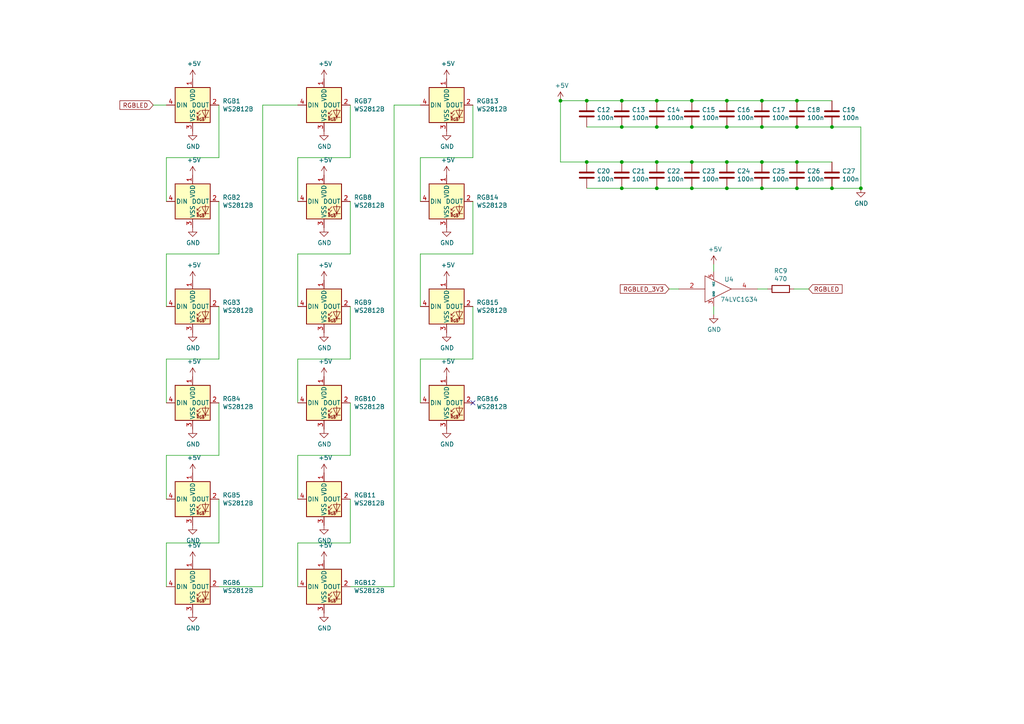
<source format=kicad_sch>
(kicad_sch (version 20211123) (generator eeschema)
  (paper "A4")
  (lib_symbols
    (symbol "74LVC1G34:74LVC1G34" (pin_names (offset 0.254))
      (property "Reference" "U" (at 2.54 3.81 0))
      (property "Value" "74LVC1G34" (at 5.08 -3.81 0))
      (symbol "74LVC1G34_0_0"
        (polyline (pts (xy -3.81 3.81) (xy -3.81 -3.81) (xy 3.81 0) (xy -3.81 3.81)))
        (pin power_in line (at -1.27 -5.08 90) (length 2.54) (name "GND") (number "3"))
        (pin power_in line (at -1.27 5.08 270) (length 2.54) (name "VCC") (number "5"))
      )
      (symbol "74LVC1G34_1_1"
        (pin input line (at -11.43 0 0) (length 7.62) (name "~") (number "2"))
        (pin output line (at 11.43 0 180) (length 7.62) (name "~") (number "4"))
      )
      (symbol "74LVC1G34_1_2"
        (pin input inverted (at -11.43 0 0) (length 7.62) (name "~") (number "2"))
        (pin output line (at 11.43 0 180) (length 7.62) (name "~") (number "4"))
      )
    )
    (symbol "LED:WS2812B" (pin_names (offset 0.254))
      (property "Reference" "D" (at 5.08 5.715 0))
      (property "Value" "WS2812B" (at 1.27 -5.715 0))
      (symbol "WS2812B_0_0"
        (text "RGB" (at 2.286 -4.191 0) (effects (font (size 0.762 0.762))))
      )
      (symbol "WS2812B_0_1"
        (polyline (pts (xy 1.27 -3.556) (xy 1.778 -3.556)))
        (polyline (pts (xy 1.27 -2.54) (xy 1.778 -2.54)))
        (polyline (pts (xy 4.699 -3.556) (xy 2.667 -3.556)))
        (polyline (pts (xy 2.286 -2.54) (xy 1.27 -3.556) (xy 1.27 -3.048)))
        (polyline (pts (xy 2.286 -1.524) (xy 1.27 -2.54) (xy 1.27 -2.032)))
        (polyline (pts (xy 3.683 -1.016) (xy 3.683 -3.556) (xy 3.683 -4.064)))
        (polyline (pts (xy 4.699 -1.524) (xy 2.667 -1.524) (xy 3.683 -3.556) (xy 4.699 -1.524)))
        (rectangle (start 5.08 5.08) (end -5.08 -5.08) (stroke (width 0.254)) (fill (type background)))
      )
      (symbol "WS2812B_1_1"
        (pin power_in line (at 0 7.62 270) (length 2.54) (name "VDD") (number "1"))
        (pin output line (at 7.62 0 180) (length 2.54) (name "DOUT") (number "2"))
        (pin power_in line (at 0 -7.62 90) (length 2.54) (name "VSS") (number "3"))
        (pin input line (at -7.62 0 0) (length 2.54) (name "DIN") (number "4"))
      )
    )
    (symbol "co60-rescue:C" (pin_numbers hide) (pin_names (offset 0.254))
      (property "Reference" "C" (at 0.635 2.54 0))
      (property "Value" "C" (at 0.635 -2.54 0))
      (symbol "C_0_1"
        (polyline (pts (xy -2.032 -0.762) (xy 2.032 -0.762)) (stroke (width 0.508)))
        (polyline (pts (xy -2.032 0.762) (xy 2.032 0.762)) (stroke (width 0.508)))
      )
      (symbol "C_1_1"
        (pin passive line (at 0 3.81 270) (length 2.794) (name "~") (number "1"))
        (pin passive line (at 0 -3.81 90) (length 2.794) (name "~") (number "2"))
      )
    )
    (symbol "co60-rescue:R" (pin_numbers hide) (pin_names (offset 0))
      (property "Reference" "R" (at 2.032 0 90))
      (property "Value" "R" (at 0 0 90))
      (symbol "R_0_1"
        (rectangle (start -1.016 -2.54) (end 1.016 2.54) (stroke (width 0.254)))
      )
      (symbol "R_1_1"
        (pin passive line (at 0 3.81 270) (length 1.27) (name "~") (number "1"))
        (pin passive line (at 0 -3.81 90) (length 1.27) (name "~") (number "2"))
      )
    )
    (symbol "power:+5V" (power) (pin_names (offset 0))
      (property "Value" "+5V" (at 0 3.556 0))
      (symbol "+5V_0_1"
        (polyline (pts (xy -0.762 1.27) (xy 0 2.54)))
        (polyline (pts (xy 0 0) (xy 0 2.54)))
        (polyline (pts (xy 0 2.54) (xy 0.762 1.27)))
      )
      (symbol "+5V_1_1"
        (pin power_in line (at 0 0 90) (length 0) hide (name "+5V") (number "1"))
      )
    )
    (symbol "power:GND" (power) (pin_names (offset 0))
      (property "Value" "GND" (at 0 -3.81 0))
      (symbol "GND_0_1"
        (polyline (pts (xy 0 0) (xy 0 -1.27) (xy 1.27 -1.27) (xy 0 -2.54) (xy -1.27 -1.27) (xy 0 -1.27)))
      )
      (symbol "GND_1_1"
        (pin power_in line (at 0 0 270) (length 0) hide (name "GND") (number "1"))
      )
    )
  )
  (junction (at 180.34 54.61))
  (junction (at 241.3 54.61))
  (junction (at 190.5 29.21))
  (junction (at 231.14 46.99))
  (junction (at 190.5 54.61))
  (junction (at 231.14 54.61))
  (junction (at 241.3 36.83))
  (junction (at 210.82 46.99))
  (junction (at 180.34 36.83))
  (junction (at 210.82 54.61))
  (junction (at 162.56 29.21))
  (junction (at 170.18 29.21))
  (junction (at 231.14 29.21))
  (junction (at 231.14 36.83))
  (junction (at 220.98 29.21))
  (junction (at 249.682 54.61))
  (junction (at 190.5 46.99))
  (junction (at 220.98 36.83))
  (junction (at 180.34 29.21))
  (junction (at 220.98 46.99))
  (junction (at 190.5 36.83))
  (junction (at 220.98 54.61))
  (junction (at 210.82 29.21))
  (junction (at 180.34 46.99))
  (junction (at 170.18 46.99))
  (junction (at 200.66 36.83))
  (junction (at 200.66 29.21))
  (junction (at 200.66 46.99))
  (junction (at 210.82 36.83))
  (junction (at 200.66 54.61))
  (no_connect (at 137.16 116.84))
  (wire (pts (xy 220.98 54.61) (xy 231.14 54.61)))
  (wire (pts (xy 190.5 46.99) (xy 200.66 46.99)))
  (wire (pts (xy 170.18 54.61) (xy 180.34 54.61)))
  (wire (pts (xy 162.56 29.21) (xy 170.18 29.21)))
  (wire (pts (xy 63.5 144.78) (xy 63.5 157.48)))
  (wire (pts (xy 114.3 30.48) (xy 121.92 30.48)))
  (wire (pts (xy 162.56 29.21) (xy 162.56 46.99)))
  (wire (pts (xy 63.5 116.84) (xy 63.5 132.08)))
  (wire (pts (xy 137.16 73.66) (xy 121.92 73.66)))
  (wire (pts (xy 101.6 30.48) (xy 101.6 45.72)))
  (wire (pts (xy 63.5 30.48) (xy 63.5 45.72)))
  (wire (pts (xy 170.18 46.99) (xy 180.34 46.99)))
  (wire (pts (xy 86.36 157.48) (xy 86.36 170.18)))
  (wire (pts (xy 231.14 54.61) (xy 241.3 54.61)))
  (wire (pts (xy 48.26 132.08) (xy 48.26 144.78)))
  (wire (pts (xy 121.92 73.66) (xy 121.92 88.9)))
  (wire (pts (xy 231.14 29.21) (xy 241.3 29.21)))
  (wire (pts (xy 210.82 36.83) (xy 220.98 36.83)))
  (wire (pts (xy 207.01 91.186) (xy 207.01 88.9)))
  (wire (pts (xy 200.66 46.99) (xy 210.82 46.99)))
  (wire (pts (xy 63.5 88.9) (xy 63.5 104.14)))
  (wire (pts (xy 101.6 88.9) (xy 101.6 104.14)))
  (wire (pts (xy 101.6 104.14) (xy 86.36 104.14)))
  (wire (pts (xy 101.6 170.18) (xy 114.3 170.18)))
  (wire (pts (xy 137.16 104.14) (xy 121.92 104.14)))
  (wire (pts (xy 63.5 58.42) (xy 63.5 73.66)))
  (wire (pts (xy 86.36 73.66) (xy 86.36 88.9)))
  (wire (pts (xy 210.82 46.99) (xy 220.98 46.99)))
  (wire (pts (xy 101.6 144.78) (xy 101.6 157.48)))
  (wire (pts (xy 220.98 29.21) (xy 231.14 29.21)))
  (wire (pts (xy 200.66 36.83) (xy 210.82 36.83)))
  (wire (pts (xy 63.5 132.08) (xy 48.26 132.08)))
  (wire (pts (xy 249.682 54.61) (xy 241.3 54.61)))
  (wire (pts (xy 137.16 88.9) (xy 137.16 104.14)))
  (wire (pts (xy 241.3 36.83) (xy 249.682 36.83)))
  (wire (pts (xy 170.18 36.83) (xy 180.34 36.83)))
  (wire (pts (xy 162.56 46.99) (xy 170.18 46.99)))
  (wire (pts (xy 200.66 54.61) (xy 210.82 54.61)))
  (wire (pts (xy 63.5 73.66) (xy 48.26 73.66)))
  (wire (pts (xy 190.5 36.83) (xy 200.66 36.83)))
  (wire (pts (xy 101.6 73.66) (xy 86.36 73.66)))
  (wire (pts (xy 101.6 116.84) (xy 101.6 132.08)))
  (wire (pts (xy 76.2 30.48) (xy 86.36 30.48)))
  (wire (pts (xy 48.26 73.66) (xy 48.26 88.9)))
  (wire (pts (xy 48.26 157.48) (xy 48.26 170.18)))
  (wire (pts (xy 180.34 54.61) (xy 190.5 54.61)))
  (wire (pts (xy 101.6 58.42) (xy 101.6 73.66)))
  (wire (pts (xy 101.6 132.08) (xy 86.36 132.08)))
  (wire (pts (xy 231.14 36.83) (xy 241.3 36.83)))
  (wire (pts (xy 76.2 170.18) (xy 76.2 30.48)))
  (wire (pts (xy 210.82 29.21) (xy 220.98 29.21)))
  (wire (pts (xy 86.36 45.72) (xy 86.36 58.42)))
  (wire (pts (xy 86.36 104.14) (xy 86.36 116.84)))
  (wire (pts (xy 44.45 30.48) (xy 48.26 30.48)))
  (wire (pts (xy 63.5 157.48) (xy 48.26 157.48)))
  (wire (pts (xy 194.056 83.82) (xy 196.85 83.82)))
  (wire (pts (xy 137.16 45.72) (xy 121.92 45.72)))
  (wire (pts (xy 180.34 29.21) (xy 190.5 29.21)))
  (wire (pts (xy 231.14 46.99) (xy 241.3 46.99)))
  (wire (pts (xy 48.26 45.72) (xy 48.26 58.42)))
  (wire (pts (xy 200.66 29.21) (xy 210.82 29.21)))
  (wire (pts (xy 63.5 45.72) (xy 48.26 45.72)))
  (wire (pts (xy 207.01 76.708) (xy 207.01 78.74)))
  (wire (pts (xy 230.251 83.82) (xy 234.569 83.82)))
  (wire (pts (xy 219.71 83.82) (xy 222.631 83.82)))
  (wire (pts (xy 48.26 104.14) (xy 48.26 116.84)))
  (wire (pts (xy 86.36 132.08) (xy 86.36 144.78)))
  (wire (pts (xy 63.5 170.18) (xy 76.2 170.18)))
  (wire (pts (xy 121.92 45.72) (xy 121.92 58.42)))
  (wire (pts (xy 170.18 29.21) (xy 180.34 29.21)))
  (wire (pts (xy 180.34 46.99) (xy 190.5 46.99)))
  (wire (pts (xy 137.16 58.42) (xy 137.16 73.66)))
  (wire (pts (xy 63.5 104.14) (xy 48.26 104.14)))
  (wire (pts (xy 210.82 54.61) (xy 220.98 54.61)))
  (wire (pts (xy 249.682 36.83) (xy 249.682 54.61)))
  (wire (pts (xy 180.34 36.83) (xy 190.5 36.83)))
  (wire (pts (xy 114.3 170.18) (xy 114.3 30.48)))
  (wire (pts (xy 121.92 104.14) (xy 121.92 116.84)))
  (wire (pts (xy 190.5 29.21) (xy 200.66 29.21)))
  (wire (pts (xy 137.16 30.48) (xy 137.16 45.72)))
  (wire (pts (xy 101.6 157.48) (xy 86.36 157.48)))
  (wire (pts (xy 190.5 54.61) (xy 200.66 54.61)))
  (wire (pts (xy 101.6 45.72) (xy 86.36 45.72)))
  (wire (pts (xy 220.98 46.99) (xy 231.14 46.99)))
  (wire (pts (xy 220.98 36.83) (xy 231.14 36.83)))
  (global_label "RGBLED" (shape input) (at 234.569 83.82 0) (property "Intersheet References" "${INTERSHEET_REFS}" (effects hide)))
  (global_label "RGBLED_3V3" (shape input) (at 194.056 83.82 180) (property "Intersheet References" "${INTERSHEET_REFS}" (effects hide)))
  (global_label "RGBLED" (shape input) (at 44.45 30.48 180) (property "Intersheet References" "${INTERSHEET_REFS}" (effects hide)))
  (symbol (lib_id "LED:WS2812B") (at 55.88 30.48 0) (unit 1)
    (property "Reference" "RGB1" (at 64.5414 29.3116 0) (effects (justify left)))
    (property "Value" "WS2812B" (at 64.5414 31.623 0) (effects (justify left)))
    (property "Footprint" "LED_SMD:LED_WS2812B_PLCC4_5.0x5.0mm_P3.2mm" (effects hide))
    (property "Datasheet" "https://cdn-shop.adafruit.com/datasheets/WS2812B.pdf" (effects hide))
    (property "LCSC PN" "C114585" (effects hide))
  )
  (symbol (lib_id "LED:WS2812B") (at 55.88 58.42 0) (unit 1)
    (property "Reference" "RGB2" (at 64.5414 57.2516 0) (effects (justify left)))
    (property "Value" "WS2812B" (at 64.5414 59.563 0) (effects (justify left)))
    (property "Footprint" "LED_SMD:LED_WS2812B_PLCC4_5.0x5.0mm_P3.2mm" (effects hide))
    (property "Datasheet" "https://cdn-shop.adafruit.com/datasheets/WS2812B.pdf" (effects hide))
    (property "LCSC PN" "C114585" (effects hide))
  )
  (symbol (lib_id "LED:WS2812B") (at 55.88 88.9 0) (unit 1)
    (property "Reference" "RGB3" (at 64.5414 87.7316 0) (effects (justify left)))
    (property "Value" "WS2812B" (at 64.5414 90.043 0) (effects (justify left)))
    (property "Footprint" "LED_SMD:LED_WS2812B_PLCC4_5.0x5.0mm_P3.2mm" (effects hide))
    (property "Datasheet" "https://cdn-shop.adafruit.com/datasheets/WS2812B.pdf" (effects hide))
    (property "LCSC PN" "C114585" (effects hide))
  )
  (symbol (lib_id "LED:WS2812B") (at 55.88 116.84 0) (unit 1)
    (property "Reference" "RGB4" (at 64.5414 115.6716 0) (effects (justify left)))
    (property "Value" "WS2812B" (at 64.5414 117.983 0) (effects (justify left)))
    (property "Footprint" "LED_SMD:LED_WS2812B_PLCC4_5.0x5.0mm_P3.2mm" (effects hide))
    (property "Datasheet" "https://cdn-shop.adafruit.com/datasheets/WS2812B.pdf" (effects hide))
    (property "LCSC PN" "C114585" (effects hide))
  )
  (symbol (lib_id "LED:WS2812B") (at 55.88 144.78 0) (unit 1)
    (property "Reference" "RGB5" (at 64.5414 143.6116 0) (effects (justify left)))
    (property "Value" "WS2812B" (at 64.5414 145.923 0) (effects (justify left)))
    (property "Footprint" "LED_SMD:LED_WS2812B_PLCC4_5.0x5.0mm_P3.2mm" (effects hide))
    (property "Datasheet" "https://cdn-shop.adafruit.com/datasheets/WS2812B.pdf" (effects hide))
    (property "LCSC PN" "C114585" (effects hide))
  )
  (symbol (lib_id "LED:WS2812B") (at 55.88 170.18 0) (unit 1)
    (property "Reference" "RGB6" (at 64.5414 169.0116 0) (effects (justify left)))
    (property "Value" "WS2812B" (at 64.5414 171.323 0) (effects (justify left)))
    (property "Footprint" "LED_SMD:LED_WS2812B_PLCC4_5.0x5.0mm_P3.2mm" (effects hide))
    (property "Datasheet" "https://cdn-shop.adafruit.com/datasheets/WS2812B.pdf" (effects hide))
    (property "LCSC PN" "C114585" (effects hide))
  )
  (symbol (lib_id "LED:WS2812B") (at 93.98 30.48 0) (unit 1)
    (property "Reference" "RGB7" (at 102.6414 29.3116 0) (effects (justify left)))
    (property "Value" "WS2812B" (at 102.6414 31.623 0) (effects (justify left)))
    (property "Footprint" "LED_SMD:LED_WS2812B_PLCC4_5.0x5.0mm_P3.2mm" (effects hide))
    (property "Datasheet" "https://cdn-shop.adafruit.com/datasheets/WS2812B.pdf" (effects hide))
    (property "LCSC PN" "C114585" (effects hide))
  )
  (symbol (lib_id "LED:WS2812B") (at 93.98 58.42 0) (unit 1)
    (property "Reference" "RGB8" (at 102.6414 57.2516 0) (effects (justify left)))
    (property "Value" "WS2812B" (at 102.6414 59.563 0) (effects (justify left)))
    (property "Footprint" "LED_SMD:LED_WS2812B_PLCC4_5.0x5.0mm_P3.2mm" (effects hide))
    (property "Datasheet" "https://cdn-shop.adafruit.com/datasheets/WS2812B.pdf" (effects hide))
    (property "LCSC PN" "C114585" (effects hide))
  )
  (symbol (lib_id "LED:WS2812B") (at 93.98 88.9 0) (unit 1)
    (property "Reference" "RGB9" (at 102.6414 87.7316 0) (effects (justify left)))
    (property "Value" "WS2812B" (at 102.6414 90.043 0) (effects (justify left)))
    (property "Footprint" "LED_SMD:LED_WS2812B_PLCC4_5.0x5.0mm_P3.2mm" (effects hide))
    (property "Datasheet" "https://cdn-shop.adafruit.com/datasheets/WS2812B.pdf" (effects hide))
    (property "LCSC PN" "C114585" (effects hide))
  )
  (symbol (lib_id "LED:WS2812B") (at 93.98 116.84 0) (unit 1)
    (property "Reference" "RGB10" (at 102.6414 115.6716 0) (effects (justify left)))
    (property "Value" "WS2812B" (at 102.6414 117.983 0) (effects (justify left)))
    (property "Footprint" "LED_SMD:LED_WS2812B_PLCC4_5.0x5.0mm_P3.2mm" (effects hide))
    (property "Datasheet" "https://cdn-shop.adafruit.com/datasheets/WS2812B.pdf" (effects hide))
    (property "LCSC PN" "C114585" (effects hide))
  )
  (symbol (lib_id "LED:WS2812B") (at 93.98 144.78 0) (unit 1)
    (property "Reference" "RGB11" (at 102.6414 143.6116 0) (effects (justify left)))
    (property "Value" "WS2812B" (at 102.6414 145.923 0) (effects (justify left)))
    (property "Footprint" "LED_SMD:LED_WS2812B_PLCC4_5.0x5.0mm_P3.2mm" (effects hide))
    (property "Datasheet" "https://cdn-shop.adafruit.com/datasheets/WS2812B.pdf" (effects hide))
    (property "LCSC PN" "C114585" (effects hide))
  )
  (symbol (lib_id "LED:WS2812B") (at 93.98 170.18 0) (unit 1)
    (property "Reference" "RGB12" (at 102.6414 169.0116 0) (effects (justify left)))
    (property "Value" "WS2812B" (at 102.6414 171.323 0) (effects (justify left)))
    (property "Footprint" "LED_SMD:LED_WS2812B_PLCC4_5.0x5.0mm_P3.2mm" (effects hide))
    (property "Datasheet" "https://cdn-shop.adafruit.com/datasheets/WS2812B.pdf" (effects hide))
    (property "LCSC PN" "C114585" (effects hide))
  )
  (symbol (lib_id "LED:WS2812B") (at 129.54 30.48 0) (unit 1)
    (property "Reference" "RGB13" (at 138.2014 29.3116 0) (effects (justify left)))
    (property "Value" "WS2812B" (at 138.2014 31.623 0) (effects (justify left)))
    (property "Footprint" "LED_SMD:LED_WS2812B_PLCC4_5.0x5.0mm_P3.2mm" (effects hide))
    (property "Datasheet" "https://cdn-shop.adafruit.com/datasheets/WS2812B.pdf" (effects hide))
    (property "LCSC PN" "C114585" (effects hide))
  )
  (symbol (lib_id "LED:WS2812B") (at 129.54 58.42 0) (unit 1)
    (property "Reference" "RGB14" (at 138.2014 57.2516 0) (effects (justify left)))
    (property "Value" "WS2812B" (at 138.2014 59.563 0) (effects (justify left)))
    (property "Footprint" "LED_SMD:LED_WS2812B_PLCC4_5.0x5.0mm_P3.2mm" (effects hide))
    (property "Datasheet" "https://cdn-shop.adafruit.com/datasheets/WS2812B.pdf" (effects hide))
    (property "LCSC PN" "C114585" (effects hide))
  )
  (symbol (lib_id "LED:WS2812B") (at 129.54 88.9 0) (unit 1)
    (property "Reference" "RGB15" (at 138.2014 87.7316 0) (effects (justify left)))
    (property "Value" "WS2812B" (at 138.2014 90.043 0) (effects (justify left)))
    (property "Footprint" "LED_SMD:LED_WS2812B_PLCC4_5.0x5.0mm_P3.2mm" (effects hide))
    (property "Datasheet" "https://cdn-shop.adafruit.com/datasheets/WS2812B.pdf" (effects hide))
    (property "LCSC PN" "C114585" (effects hide))
  )
  (symbol (lib_id "LED:WS2812B") (at 129.54 116.84 0) (unit 1)
    (property "Reference" "RGB16" (at 138.2014 115.6716 0) (effects (justify left)))
    (property "Value" "WS2812B" (at 138.2014 117.983 0) (effects (justify left)))
    (property "Footprint" "LED_SMD:LED_WS2812B_PLCC4_5.0x5.0mm_P3.2mm" (effects hide))
    (property "Datasheet" "https://cdn-shop.adafruit.com/datasheets/WS2812B.pdf" (effects hide))
    (property "LCSC PN" "C114585" (effects hide))
  )
  (symbol (lib_id "power:GND") (at 55.88 66.04 0) (unit 1)
    (property "Reference" "#PWR0124" (effects hide))
    (property "Value" "GND" (at 56.007 70.4342 0))
  )
  (symbol (lib_id "power:+5V") (at 55.88 22.86 0) (unit 1)
    (property "Reference" "#PWR0125" (effects hide))
    (property "Value" "+5V" (at 56.261 18.4658 0))
  )
  (symbol (lib_id "power:+5V") (at 55.88 50.8 0) (unit 1)
    (property "Reference" "#PWR0126" (effects hide))
    (property "Value" "+5V" (at 56.261 46.4058 0))
  )
  (symbol (lib_id "power:GND") (at 55.88 38.1 0) (unit 1)
    (property "Reference" "#PWR0127" (effects hide))
    (property "Value" "GND" (at 56.007 42.4942 0))
  )
  (symbol (lib_id "power:+5V") (at 55.88 81.28 0) (unit 1)
    (property "Reference" "#PWR0128" (effects hide))
    (property "Value" "+5V" (at 56.261 76.8858 0))
  )
  (symbol (lib_id "power:+5V") (at 55.88 109.22 0) (unit 1)
    (property "Reference" "#PWR0129" (effects hide))
    (property "Value" "+5V" (at 56.261 104.8258 0))
  )
  (symbol (lib_id "power:+5V") (at 55.88 137.16 0) (unit 1)
    (property "Reference" "#PWR0130" (effects hide))
    (property "Value" "+5V" (at 56.261 132.7658 0))
  )
  (symbol (lib_id "power:+5V") (at 55.88 162.56 0) (unit 1)
    (property "Reference" "#PWR0131" (effects hide))
    (property "Value" "+5V" (at 56.261 158.1658 0))
  )
  (symbol (lib_id "power:+5V") (at 93.98 162.56 0) (unit 1)
    (property "Reference" "#PWR0132" (effects hide))
    (property "Value" "+5V" (at 94.361 158.1658 0))
  )
  (symbol (lib_id "power:+5V") (at 93.98 137.16 0) (unit 1)
    (property "Reference" "#PWR0133" (effects hide))
    (property "Value" "+5V" (at 94.361 132.7658 0))
  )
  (symbol (lib_id "power:+5V") (at 93.98 109.22 0) (unit 1)
    (property "Reference" "#PWR0134" (effects hide))
    (property "Value" "+5V" (at 94.361 104.8258 0))
  )
  (symbol (lib_id "power:+5V") (at 93.98 81.28 0) (unit 1)
    (property "Reference" "#PWR0135" (effects hide))
    (property "Value" "+5V" (at 94.361 76.8858 0))
  )
  (symbol (lib_id "power:+5V") (at 93.98 50.8 0) (unit 1)
    (property "Reference" "#PWR0136" (effects hide))
    (property "Value" "+5V" (at 94.361 46.4058 0))
  )
  (symbol (lib_id "power:+5V") (at 93.98 22.86 0) (unit 1)
    (property "Reference" "#PWR0137" (effects hide))
    (property "Value" "+5V" (at 94.361 18.4658 0))
  )
  (symbol (lib_id "power:+5V") (at 129.54 22.86 0) (unit 1)
    (property "Reference" "#PWR0138" (effects hide))
    (property "Value" "+5V" (at 129.921 18.4658 0))
  )
  (symbol (lib_id "power:+5V") (at 129.54 50.8 0) (unit 1)
    (property "Reference" "#PWR0139" (effects hide))
    (property "Value" "+5V" (at 129.921 46.4058 0))
  )
  (symbol (lib_id "power:GND") (at 55.88 96.52 0) (unit 1)
    (property "Reference" "#PWR0140" (effects hide))
    (property "Value" "GND" (at 56.007 100.9142 0))
  )
  (symbol (lib_id "power:GND") (at 55.88 124.46 0) (unit 1)
    (property "Reference" "#PWR0141" (effects hide))
    (property "Value" "GND" (at 56.007 128.8542 0))
  )
  (symbol (lib_id "power:GND") (at 55.88 152.4 0) (unit 1)
    (property "Reference" "#PWR0142" (effects hide))
    (property "Value" "GND" (at 56.007 156.7942 0))
  )
  (symbol (lib_id "power:GND") (at 55.88 177.8 0) (unit 1)
    (property "Reference" "#PWR0143" (effects hide))
    (property "Value" "GND" (at 56.007 182.1942 0))
  )
  (symbol (lib_id "power:GND") (at 93.98 177.8 0) (unit 1)
    (property "Reference" "#PWR0144" (effects hide))
    (property "Value" "GND" (at 94.107 182.1942 0))
  )
  (symbol (lib_id "power:GND") (at 93.98 152.4 0) (unit 1)
    (property "Reference" "#PWR0145" (effects hide))
    (property "Value" "GND" (at 94.107 156.7942 0))
  )
  (symbol (lib_id "power:GND") (at 93.98 124.46 0) (unit 1)
    (property "Reference" "#PWR0146" (effects hide))
    (property "Value" "GND" (at 94.107 128.8542 0))
  )
  (symbol (lib_id "power:GND") (at 93.98 96.52 0) (unit 1)
    (property "Reference" "#PWR0147" (effects hide))
    (property "Value" "GND" (at 94.107 100.9142 0))
  )
  (symbol (lib_id "power:GND") (at 93.98 66.04 0) (unit 1)
    (property "Reference" "#PWR0148" (effects hide))
    (property "Value" "GND" (at 94.107 70.4342 0))
  )
  (symbol (lib_id "power:GND") (at 93.98 38.1 0) (unit 1)
    (property "Reference" "#PWR0149" (effects hide))
    (property "Value" "GND" (at 94.107 42.4942 0))
  )
  (symbol (lib_id "power:GND") (at 129.54 38.1 0) (unit 1)
    (property "Reference" "#PWR0150" (effects hide))
    (property "Value" "GND" (at 129.667 42.4942 0))
  )
  (symbol (lib_id "power:GND") (at 129.54 66.04 0) (unit 1)
    (property "Reference" "#PWR0151" (effects hide))
    (property "Value" "GND" (at 129.667 70.4342 0))
  )
  (symbol (lib_id "power:+5V") (at 207.01 76.708 0) (unit 1)
    (property "Reference" "#PWR0158" (effects hide))
    (property "Value" "+5V" (at 207.391 72.3138 0))
  )
  (symbol (lib_id "co60-rescue:C") (at 170.18 33.02 0) (unit 1)
    (property "Reference" "C12" (at 173.101 31.8516 0) (effects (justify left)))
    (property "Value" "100n" (at 173.101 34.163 0) (effects (justify left)))
    (property "Footprint" "Capacitor_SMD:C_0603_1608Metric" (effects hide))
    (property "LCSC PN" "C1590" (effects hide))
  )
  (symbol (lib_id "co60-rescue:C") (at 180.34 33.02 0) (unit 1)
    (property "Reference" "C13" (at 183.261 31.8516 0) (effects (justify left)))
    (property "Value" "100n" (at 183.261 34.163 0) (effects (justify left)))
    (property "Footprint" "Capacitor_SMD:C_0603_1608Metric" (effects hide))
    (property "LCSC PN" "C1590" (effects hide))
  )
  (symbol (lib_id "co60-rescue:C") (at 190.5 33.02 0) (unit 1)
    (property "Reference" "C14" (at 193.421 31.8516 0) (effects (justify left)))
    (property "Value" "100n" (at 193.421 34.163 0) (effects (justify left)))
    (property "Footprint" "Capacitor_SMD:C_0603_1608Metric" (effects hide))
    (property "LCSC PN" "C1590" (effects hide))
  )
  (symbol (lib_id "co60-rescue:C") (at 200.66 33.02 0) (unit 1)
    (property "Reference" "C15" (at 203.581 31.8516 0) (effects (justify left)))
    (property "Value" "100n" (at 203.581 34.163 0) (effects (justify left)))
    (property "Footprint" "Capacitor_SMD:C_0603_1608Metric" (effects hide))
    (property "LCSC PN" "C1590" (effects hide))
  )
  (symbol (lib_id "co60-rescue:C") (at 210.82 33.02 0) (unit 1)
    (property "Reference" "C16" (at 213.741 31.8516 0) (effects (justify left)))
    (property "Value" "100n" (at 213.741 34.163 0) (effects (justify left)))
    (property "Footprint" "Capacitor_SMD:C_0603_1608Metric" (effects hide))
    (property "LCSC PN" "C1590" (effects hide))
  )
  (symbol (lib_id "co60-rescue:C") (at 220.98 33.02 0) (unit 1)
    (property "Reference" "C17" (at 223.901 31.8516 0) (effects (justify left)))
    (property "Value" "100n" (at 223.901 34.163 0) (effects (justify left)))
    (property "Footprint" "Capacitor_SMD:C_0603_1608Metric" (effects hide))
    (property "LCSC PN" "C1590" (effects hide))
  )
  (symbol (lib_id "co60-rescue:C") (at 231.14 33.02 0) (unit 1)
    (property "Reference" "C18" (at 234.061 31.8516 0) (effects (justify left)))
    (property "Value" "100n" (at 234.061 34.163 0) (effects (justify left)))
    (property "Footprint" "Capacitor_SMD:C_0603_1608Metric" (effects hide))
    (property "LCSC PN" "C1590" (effects hide))
  )
  (symbol (lib_id "co60-rescue:C") (at 241.3 33.02 0) (unit 1)
    (property "Reference" "C19" (at 244.221 31.8516 0) (effects (justify left)))
    (property "Value" "100n" (at 244.221 34.163 0) (effects (justify left)))
    (property "Footprint" "Capacitor_SMD:C_0603_1608Metric" (effects hide))
    (property "LCSC PN" "C1590" (effects hide))
  )
  (symbol (lib_id "co60-rescue:C") (at 170.18 50.8 0) (unit 1)
    (property "Reference" "C20" (at 173.101 49.6316 0) (effects (justify left)))
    (property "Value" "100n" (at 173.101 51.943 0) (effects (justify left)))
    (property "Footprint" "Capacitor_SMD:C_0603_1608Metric" (effects hide))
    (property "LCSC PN" "C1590" (effects hide))
  )
  (symbol (lib_id "co60-rescue:C") (at 180.34 50.8 0) (unit 1)
    (property "Reference" "C21" (at 183.261 49.6316 0) (effects (justify left)))
    (property "Value" "100n" (at 183.261 51.943 0) (effects (justify left)))
    (property "Footprint" "Capacitor_SMD:C_0603_1608Metric" (effects hide))
    (property "LCSC PN" "C1590" (effects hide))
  )
  (symbol (lib_id "co60-rescue:C") (at 190.5 50.8 0) (unit 1)
    (property "Reference" "C22" (at 193.421 49.6316 0) (effects (justify left)))
    (property "Value" "100n" (at 193.421 51.943 0) (effects (justify left)))
    (property "Footprint" "Capacitor_SMD:C_0603_1608Metric" (effects hide))
    (property "LCSC PN" "C1590" (effects hide))
  )
  (symbol (lib_id "co60-rescue:C") (at 200.66 50.8 0) (unit 1)
    (property "Reference" "C23" (at 203.581 49.6316 0) (effects (justify left)))
    (property "Value" "100n" (at 203.581 51.943 0) (effects (justify left)))
    (property "Footprint" "Capacitor_SMD:C_0603_1608Metric" (effects hide))
    (property "LCSC PN" "C1590" (effects hide))
  )
  (symbol (lib_id "co60-rescue:C") (at 210.82 50.8 0) (unit 1)
    (property "Reference" "C24" (at 213.741 49.6316 0) (effects (justify left)))
    (property "Value" "100n" (at 213.741 51.943 0) (effects (justify left)))
    (property "Footprint" "Capacitor_SMD:C_0603_1608Metric" (effects hide))
    (property "LCSC PN" "C1590" (effects hide))
  )
  (symbol (lib_id "co60-rescue:C") (at 220.98 50.8 0) (unit 1)
    (property "Reference" "C25" (at 223.901 49.6316 0) (effects (justify left)))
    (property "Value" "100n" (at 223.901 51.943 0) (effects (justify left)))
    (property "Footprint" "Capacitor_SMD:C_0603_1608Metric" (effects hide))
    (property "LCSC PN" "C1590" (effects hide))
  )
  (symbol (lib_id "co60-rescue:C") (at 231.14 50.8 0) (unit 1)
    (property "Reference" "C26" (at 234.061 49.6316 0) (effects (justify left)))
    (property "Value" "100n" (at 234.061 51.943 0) (effects (justify left)))
    (property "Footprint" "Capacitor_SMD:C_0603_1608Metric" (effects hide))
    (property "LCSC PN" "C1590" (effects hide))
  )
  (symbol (lib_id "co60-rescue:C") (at 241.3 50.8 0) (unit 1)
    (property "Reference" "C27" (at 244.221 49.6316 0) (effects (justify left)))
    (property "Value" "100n" (at 244.221 51.943 0) (effects (justify left)))
    (property "Footprint" "Capacitor_SMD:C_0603_1608Metric" (effects hide))
    (property "LCSC PN" "C1590" (effects hide))
  )
  (symbol (lib_id "power:GND") (at 207.01 91.186 0) (unit 1)
    (property "Reference" "#PWR0159" (effects hide))
    (property "Value" "GND" (at 207.137 95.5802 0))
  )
  (symbol (lib_id "power:+5V") (at 162.56 29.21 0) (unit 1)
    (property "Reference" "#PWR0152" (effects hide))
    (property "Value" "+5V" (at 162.941 24.8158 0))
  )
  (symbol (lib_id "power:GND") (at 249.682 54.61 0) (unit 1)
    (property "Reference" "#PWR0153" (effects hide))
    (property "Value" "GND" (at 249.809 59.0042 0))
  )
  (symbol (lib_id "power:GND") (at 129.54 96.52 0) (unit 1)
    (property "Reference" "#PWR0154" (effects hide))
    (property "Value" "GND" (at 129.667 100.9142 0))
  )
  (symbol (lib_id "power:GND") (at 129.54 124.46 0) (unit 1)
    (property "Reference" "#PWR0155" (effects hide))
    (property "Value" "GND" (at 129.667 128.8542 0))
  )
  (symbol (lib_id "power:+5V") (at 129.54 81.28 0) (unit 1)
    (property "Reference" "#PWR0156" (effects hide))
    (property "Value" "+5V" (at 129.921 76.8858 0))
  )
  (symbol (lib_id "power:+5V") (at 129.54 109.22 0) (unit 1)
    (property "Reference" "#PWR0157" (effects hide))
    (property "Value" "+5V" (at 129.921 104.8258 0))
  )
  (symbol (lib_id "co60-rescue:R") (at 226.441 83.82 270) (unit 1)
    (property "Reference" "RC9" (at 226.441 78.5622 90))
    (property "Value" "470" (at 226.441 80.8736 90))
    (property "Footprint" "Resistor_SMD:R_0603_1608Metric" (effects hide))
    (property "LCSC PN" "C114433" (effects hide))
  )
  (symbol (lib_id "74LVC1G34:74LVC1G34") (at 208.28 83.82 0) (unit 1)
    (property "Reference" "U4" (at 210.058 81.026 0) (effects (justify left)))
    (property "Value" "74LVC1G34" (at 208.915 86.868 0) (effects (justify left)))
    (property "Footprint" "Package_TO_SOT_SMD:SOT-353_SC-70-5" (effects hide))
    (property "LCSC PN" "C94111" (effects hide))
  )
)
</source>
